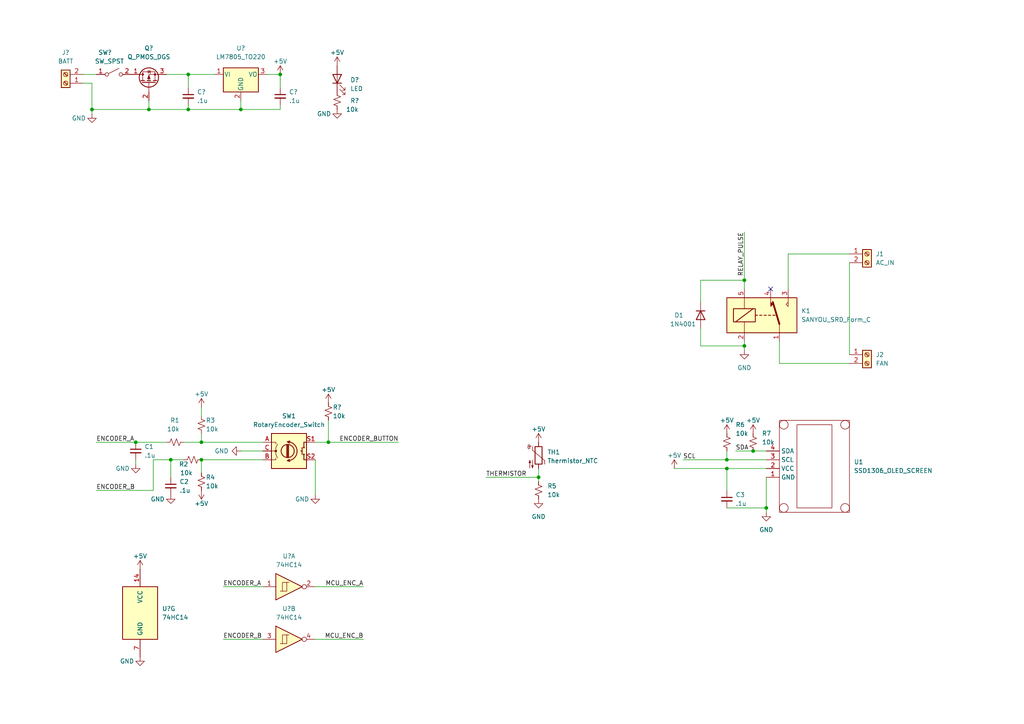
<source format=kicad_sch>
(kicad_sch (version 20211123) (generator eeschema)
  (paper "A4")
  (lib_symbols
    (symbol "74xx:74HC14" (pin_names (offset 1.016))
      (property "Reference" "U" (at 0 1.27 0))
      (property "Value" "74HC14" (at 0 -1.27 0))
      (symbol "74HC14_1_0"
        (polyline (pts (xy -3.81 3.81) (xy -3.81 -3.81) (xy 3.81 0) (xy -3.81 3.81)) (stroke (width 0.254)) (fill (type background)))
        (pin input line (at -7.62 0 0) (length 3.81) (name "~") (number "1"))
        (pin output inverted (at 7.62 0 180) (length 3.81) (name "~") (number "2"))
      )
      (symbol "74HC14_1_1"
        (polyline (pts (xy -1.905 -1.27) (xy -1.905 1.27) (xy -0.635 1.27)))
        (polyline (pts (xy -2.54 -1.27) (xy -0.635 -1.27) (xy -0.635 1.27) (xy 0 1.27)))
      )
      (symbol "74HC14_2_0"
        (polyline (pts (xy -3.81 3.81) (xy -3.81 -3.81) (xy 3.81 0) (xy -3.81 3.81)) (stroke (width 0.254)) (fill (type background)))
        (pin input line (at -7.62 0 0) (length 3.81) (name "~") (number "3"))
        (pin output inverted (at 7.62 0 180) (length 3.81) (name "~") (number "4"))
      )
      (symbol "74HC14_2_1"
        (polyline (pts (xy -1.905 -1.27) (xy -1.905 1.27) (xy -0.635 1.27)))
        (polyline (pts (xy -2.54 -1.27) (xy -0.635 -1.27) (xy -0.635 1.27) (xy 0 1.27)))
      )
      (symbol "74HC14_3_0"
        (polyline (pts (xy -3.81 3.81) (xy -3.81 -3.81) (xy 3.81 0) (xy -3.81 3.81)) (stroke (width 0.254)) (fill (type background)))
        (pin input line (at -7.62 0 0) (length 3.81) (name "~") (number "5"))
        (pin output inverted (at 7.62 0 180) (length 3.81) (name "~") (number "6"))
      )
      (symbol "74HC14_3_1"
        (polyline (pts (xy -1.905 -1.27) (xy -1.905 1.27) (xy -0.635 1.27)))
        (polyline (pts (xy -2.54 -1.27) (xy -0.635 -1.27) (xy -0.635 1.27) (xy 0 1.27)))
      )
      (symbol "74HC14_4_0"
        (polyline (pts (xy -3.81 3.81) (xy -3.81 -3.81) (xy 3.81 0) (xy -3.81 3.81)) (stroke (width 0.254)) (fill (type background)))
        (pin output inverted (at 7.62 0 180) (length 3.81) (name "~") (number "8"))
        (pin input line (at -7.62 0 0) (length 3.81) (name "~") (number "9"))
      )
      (symbol "74HC14_4_1"
        (polyline (pts (xy -1.905 -1.27) (xy -1.905 1.27) (xy -0.635 1.27)))
        (polyline (pts (xy -2.54 -1.27) (xy -0.635 -1.27) (xy -0.635 1.27) (xy 0 1.27)))
      )
      (symbol "74HC14_5_0"
        (polyline (pts (xy -3.81 3.81) (xy -3.81 -3.81) (xy 3.81 0) (xy -3.81 3.81)) (stroke (width 0.254)) (fill (type background)))
        (pin output inverted (at 7.62 0 180) (length 3.81) (name "~") (number "10"))
        (pin input line (at -7.62 0 0) (length 3.81) (name "~") (number "11"))
      )
      (symbol "74HC14_5_1"
        (polyline (pts (xy -1.905 -1.27) (xy -1.905 1.27) (xy -0.635 1.27)))
        (polyline (pts (xy -2.54 -1.27) (xy -0.635 -1.27) (xy -0.635 1.27) (xy 0 1.27)))
      )
      (symbol "74HC14_6_0"
        (polyline (pts (xy -3.81 3.81) (xy -3.81 -3.81) (xy 3.81 0) (xy -3.81 3.81)) (stroke (width 0.254)) (fill (type background)))
        (pin output inverted (at 7.62 0 180) (length 3.81) (name "~") (number "12"))
        (pin input line (at -7.62 0 0) (length 3.81) (name "~") (number "13"))
      )
      (symbol "74HC14_6_1"
        (polyline (pts (xy -1.905 -1.27) (xy -1.905 1.27) (xy -0.635 1.27)))
        (polyline (pts (xy -2.54 -1.27) (xy -0.635 -1.27) (xy -0.635 1.27) (xy 0 1.27)))
      )
      (symbol "74HC14_7_0"
        (pin power_in line (at 0 12.7 270) (length 5.08) (name "VCC") (number "14"))
        (pin power_in line (at 0 -12.7 90) (length 5.08) (name "GND") (number "7"))
      )
      (symbol "74HC14_7_1"
        (rectangle (start -5.08 7.62) (end 5.08 -7.62) (stroke (width 0.254)) (fill (type background)))
      )
    )
    (symbol "Connector:Screw_Terminal_01x02" (pin_names (offset 1.016) hide)
      (property "Reference" "J" (at 0 2.54 0))
      (property "Value" "Screw_Terminal_01x02" (at 0 -5.08 0))
      (symbol "Screw_Terminal_01x02_1_1"
        (rectangle (start -1.27 1.27) (end 1.27 -3.81) (stroke (width 0.254)) (fill (type background)))
        (circle (center 0 -2.54) (radius 0.635) (stroke (width 0.1524)))
        (polyline (pts (xy -0.5334 -2.2098) (xy 0.3302 -3.048)) (stroke (width 0.1524)))
        (polyline (pts (xy -0.5334 0.3302) (xy 0.3302 -0.508)) (stroke (width 0.1524)))
        (polyline (pts (xy -0.3556 -2.032) (xy 0.508 -2.8702)) (stroke (width 0.1524)))
        (polyline (pts (xy -0.3556 0.508) (xy 0.508 -0.3302)) (stroke (width 0.1524)))
        (circle (center 0 0) (radius 0.635) (stroke (width 0.1524)))
        (pin passive line (at -5.08 0 0) (length 3.81) (name "Pin_1") (number "1"))
        (pin passive line (at -5.08 -2.54 0) (length 3.81) (name "Pin_2") (number "2"))
      )
    )
    (symbol "Device:C_Small" (pin_numbers hide) (pin_names (offset 0.254) hide)
      (property "Reference" "C" (at 0.254 1.778 0))
      (property "Value" "C_Small" (at 0.254 -2.032 0))
      (symbol "C_Small_0_1"
        (polyline (pts (xy -1.524 -0.508) (xy 1.524 -0.508)) (stroke (width 0.3302)))
        (polyline (pts (xy -1.524 0.508) (xy 1.524 0.508)) (stroke (width 0.3048)))
      )
      (symbol "C_Small_1_1"
        (pin passive line (at 0 2.54 270) (length 2.032) (name "~") (number "1"))
        (pin passive line (at 0 -2.54 90) (length 2.032) (name "~") (number "2"))
      )
    )
    (symbol "Device:LED" (pin_numbers hide) (pin_names (offset 1.016) hide)
      (property "Reference" "D" (at 0 2.54 0))
      (property "Value" "LED" (at 0 -2.54 0))
      (symbol "LED_0_1"
        (polyline (pts (xy -1.27 -1.27) (xy -1.27 1.27)) (stroke (width 0.254)))
        (polyline (pts (xy -1.27 0) (xy 1.27 0)))
        (polyline (pts (xy 1.27 -1.27) (xy 1.27 1.27) (xy -1.27 0) (xy 1.27 -1.27)) (stroke (width 0.254)))
        (polyline (pts (xy -3.048 -0.762) (xy -4.572 -2.286) (xy -3.81 -2.286) (xy -4.572 -2.286) (xy -4.572 -1.524)))
        (polyline (pts (xy -1.778 -0.762) (xy -3.302 -2.286) (xy -2.54 -2.286) (xy -3.302 -2.286) (xy -3.302 -1.524)))
      )
      (symbol "LED_1_1"
        (pin passive line (at -3.81 0 0) (length 2.54) (name "K") (number "1"))
        (pin passive line (at 3.81 0 180) (length 2.54) (name "A") (number "2"))
      )
    )
    (symbol "Device:Q_PMOS_DGS" (pin_names (offset 0) hide)
      (property "Reference" "Q" (at 5.08 1.27 0))
      (property "Value" "Q_PMOS_DGS" (at 5.08 -1.27 0))
      (symbol "Q_PMOS_DGS_0_1"
        (polyline (pts (xy 0.254 0) (xy -2.54 0)))
        (polyline (pts (xy 0.254 1.905) (xy 0.254 -1.905)) (stroke (width 0.254)))
        (polyline (pts (xy 0.762 -1.27) (xy 0.762 -2.286)) (stroke (width 0.254)))
        (polyline (pts (xy 0.762 0.508) (xy 0.762 -0.508)) (stroke (width 0.254)))
        (polyline (pts (xy 0.762 2.286) (xy 0.762 1.27)) (stroke (width 0.254)))
        (polyline (pts (xy 2.54 2.54) (xy 2.54 1.778)))
        (polyline (pts (xy 2.54 -2.54) (xy 2.54 0) (xy 0.762 0)))
        (polyline (pts (xy 0.762 1.778) (xy 3.302 1.778) (xy 3.302 -1.778) (xy 0.762 -1.778)))
        (polyline (pts (xy 2.286 0) (xy 1.27 0.381) (xy 1.27 -0.381) (xy 2.286 0)) (fill (type outline)))
        (polyline (pts (xy 2.794 -0.508) (xy 2.921 -0.381) (xy 3.683 -0.381) (xy 3.81 -0.254)))
        (polyline (pts (xy 3.302 -0.381) (xy 2.921 0.254) (xy 3.683 0.254) (xy 3.302 -0.381)))
        (circle (center 1.651 0) (radius 2.794) (stroke (width 0.254)))
        (circle (center 2.54 -1.778) (radius 0.254) (fill (type outline)))
        (circle (center 2.54 1.778) (radius 0.254) (fill (type outline)))
      )
      (symbol "Q_PMOS_DGS_1_1"
        (pin passive line (at 2.54 5.08 270) (length 2.54) (name "D") (number "1"))
        (pin input line (at -5.08 0 0) (length 2.54) (name "G") (number "2"))
        (pin passive line (at 2.54 -5.08 90) (length 2.54) (name "S") (number "3"))
      )
    )
    (symbol "Device:R_Small_US" (pin_numbers hide) (pin_names (offset 0.254) hide)
      (property "Reference" "R" (at 0.762 0.508 0))
      (property "Value" "R_Small_US" (at 0.762 -1.016 0))
      (symbol "R_Small_US_1_1"
        (polyline (pts (xy 0 0) (xy 1.016 -0.381) (xy 0 -0.762) (xy -1.016 -1.143) (xy 0 -1.524)))
        (polyline (pts (xy 0 1.524) (xy 1.016 1.143) (xy 0 0.762) (xy -1.016 0.381) (xy 0 0)))
        (pin passive line (at 0 2.54 270) (length 1.016) (name "~") (number "1"))
        (pin passive line (at 0 -2.54 90) (length 1.016) (name "~") (number "2"))
      )
    )
    (symbol "Device:RotaryEncoder_Switch" (pin_names (offset 0.254) hide)
      (property "Reference" "SW" (at 0 6.604 0))
      (property "Value" "RotaryEncoder_Switch" (at 0 -6.604 0))
      (symbol "RotaryEncoder_Switch_0_1"
        (rectangle (start -5.08 5.08) (end 5.08 -5.08) (stroke (width 0.254)) (fill (type background)))
        (circle (center -3.81 0) (radius 0.254) (fill (type outline)))
        (arc (start -0.381 -2.794) (mid 2.3622 -0.0508) (end -0.381 2.667) (stroke (width 0.254)))
        (circle (center -0.381 0) (radius 1.905) (stroke (width 0.254)))
        (polyline (pts (xy -0.635 -1.778) (xy -0.635 1.778)) (stroke (width 0.254)))
        (polyline (pts (xy -0.381 -1.778) (xy -0.381 1.778)) (stroke (width 0.254)))
        (polyline (pts (xy -0.127 1.778) (xy -0.127 -1.778)) (stroke (width 0.254)))
        (polyline (pts (xy 3.81 0) (xy 3.429 0)) (stroke (width 0.254)))
        (polyline (pts (xy 3.81 1.016) (xy 3.81 -1.016)) (stroke (width 0.254)))
        (polyline (pts (xy -5.08 -2.54) (xy -3.81 -2.54) (xy -3.81 -2.032)))
        (polyline (pts (xy -5.08 2.54) (xy -3.81 2.54) (xy -3.81 2.032)))
        (polyline (pts (xy 0.254 -3.048) (xy -0.508 -2.794) (xy 0.127 -2.413)) (stroke (width 0.254)))
        (polyline (pts (xy 0.254 2.921) (xy -0.508 2.667) (xy 0.127 2.286)) (stroke (width 0.254)))
        (polyline (pts (xy 5.08 -2.54) (xy 4.318 -2.54) (xy 4.318 -1.016)) (stroke (width 0.254)))
        (polyline (pts (xy 5.08 2.54) (xy 4.318 2.54) (xy 4.318 1.016)) (stroke (width 0.254)))
        (polyline (pts (xy -5.08 0) (xy -3.81 0) (xy -3.81 -1.016) (xy -3.302 -2.032)))
        (polyline (pts (xy -4.318 0) (xy -3.81 0) (xy -3.81 1.016) (xy -3.302 2.032)))
        (circle (center 4.318 -1.016) (radius 0.127) (stroke (width 0.254)))
        (circle (center 4.318 1.016) (radius 0.127) (stroke (width 0.254)))
      )
      (symbol "RotaryEncoder_Switch_1_1"
        (pin passive line (at -7.62 2.54 0) (length 2.54) (name "A") (number "A"))
        (pin passive line (at -7.62 -2.54 0) (length 2.54) (name "B") (number "B"))
        (pin passive line (at -7.62 0 0) (length 2.54) (name "C") (number "C"))
        (pin passive line (at 7.62 2.54 180) (length 2.54) (name "S1") (number "S1"))
        (pin passive line (at 7.62 -2.54 180) (length 2.54) (name "S2") (number "S2"))
      )
    )
    (symbol "Device:Thermistor_NTC" (pin_numbers hide) (pin_names (offset 0))
      (property "Reference" "TH" (at -4.445 0 90))
      (property "Value" "Thermistor_NTC" (at 3.175 0 90))
      (symbol "Thermistor_NTC_0_1"
        (arc (start -3.048 2.159) (mid -3.0495 2.3143) (end -3.175 2.413))
        (arc (start -3.048 2.159) (mid -2.9736 1.9794) (end -2.794 1.905))
        (arc (start -3.048 2.794) (mid -2.9736 2.6144) (end -2.794 2.54))
        (arc (start -2.794 1.905) (mid -2.6144 1.9794) (end -2.54 2.159))
        (arc (start -2.794 2.54) (mid -2.4393 2.5587) (end -2.159 2.794))
        (arc (start -2.794 3.048) (mid -2.9736 2.9736) (end -3.048 2.794))
        (arc (start -2.54 2.794) (mid -2.6144 2.9736) (end -2.794 3.048))
        (rectangle (start -1.016 2.54) (end 1.016 -2.54) (stroke (width 0.254)))
        (polyline (pts (xy -2.54 2.159) (xy -2.54 2.794)))
        (polyline (pts (xy -1.778 2.54) (xy -1.778 1.524) (xy 1.778 -1.524) (xy 1.778 -2.54)))
        (polyline (pts (xy -2.54 -3.683) (xy -2.54 -1.397) (xy -2.794 -2.159) (xy -2.286 -2.159) (xy -2.54 -1.397) (xy -2.54 -1.651)) (fill (type outline)))
        (polyline (pts (xy -1.778 -1.397) (xy -1.778 -3.683) (xy -2.032 -2.921) (xy -1.524 -2.921) (xy -1.778 -3.683) (xy -1.778 -3.429)) (fill (type outline)))
      )
      (symbol "Thermistor_NTC_1_1"
        (pin passive line (at 0 3.81 270) (length 1.27) (name "~") (number "1"))
        (pin passive line (at 0 -3.81 90) (length 1.27) (name "~") (number "2"))
      )
    )
    (symbol "Diode:1N4001" (pin_numbers hide) (pin_names (offset 1.016) hide)
      (property "Reference" "D" (at 0 2.54 0))
      (property "Value" "1N4001" (at 0 -2.54 0))
      (symbol "1N4001_0_1"
        (polyline (pts (xy -1.27 1.27) (xy -1.27 -1.27)) (stroke (width 0.254)))
        (polyline (pts (xy 1.27 0) (xy -1.27 0)))
        (polyline (pts (xy 1.27 1.27) (xy 1.27 -1.27) (xy -1.27 0) (xy 1.27 1.27)) (stroke (width 0.254)))
      )
      (symbol "1N4001_1_1"
        (pin passive line (at -3.81 0 0) (length 2.54) (name "K") (number "1"))
        (pin passive line (at 3.81 0 180) (length 2.54) (name "A") (number "2"))
      )
    )
    (symbol "Regulator_Linear:LM7805_TO220" (pin_names (offset 0.254))
      (property "Reference" "U" (at -3.81 3.175 0))
      (property "Value" "LM7805_TO220" (at 0 3.175 0))
      (symbol "LM7805_TO220_0_1"
        (rectangle (start -5.08 1.905) (end 5.08 -5.08) (stroke (width 0.254)) (fill (type background)))
      )
      (symbol "LM7805_TO220_1_1"
        (pin power_in line (at -7.62 0 0) (length 2.54) (name "VI") (number "1"))
        (pin power_in line (at 0 -7.62 90) (length 2.54) (name "GND") (number "2"))
        (pin power_out line (at 7.62 0 180) (length 2.54) (name "VO") (number "3"))
      )
    )
    (symbol "Relay:SANYOU_SRD_Form_C"
      (property "Reference" "K" (at 11.43 3.81 0))
      (property "Value" "SANYOU_SRD_Form_C" (at 11.43 1.27 0))
      (symbol "SANYOU_SRD_Form_C_0_0"
        (polyline (pts (xy 7.62 5.08) (xy 7.62 2.54) (xy 6.985 3.175) (xy 7.62 3.81)))
      )
      (symbol "SANYOU_SRD_Form_C_0_1"
        (rectangle (start -10.16 5.08) (end 10.16 -5.08) (stroke (width 0.254)) (fill (type background)))
        (rectangle (start -8.255 1.905) (end -1.905 -1.905) (stroke (width 0.254)))
        (polyline (pts (xy -7.62 -1.905) (xy -2.54 1.905)) (stroke (width 0.254)))
        (polyline (pts (xy -5.08 -5.08) (xy -5.08 -1.905)))
        (polyline (pts (xy -5.08 5.08) (xy -5.08 1.905)))
        (polyline (pts (xy -1.905 0) (xy -1.27 0)) (stroke (width 0.254)))
        (polyline (pts (xy -0.635 0) (xy 0 0)) (stroke (width 0.254)))
        (polyline (pts (xy 0.635 0) (xy 1.27 0)) (stroke (width 0.254)))
        (polyline (pts (xy 1.905 0) (xy 2.54 0)) (stroke (width 0.254)))
        (polyline (pts (xy 3.175 0) (xy 3.81 0)) (stroke (width 0.254)))
        (polyline (pts (xy 5.08 -2.54) (xy 3.175 3.81)) (stroke (width 0.508)))
        (polyline (pts (xy 5.08 -2.54) (xy 5.08 -5.08)))
      )
      (symbol "SANYOU_SRD_Form_C_1_1"
        (polyline (pts (xy 2.54 3.81) (xy 3.175 3.175) (xy 2.54 2.54) (xy 2.54 5.08)) (fill (type outline)))
        (pin passive line (at 5.08 -7.62 90) (length 2.54) (name "~") (number "1"))
        (pin passive line (at -5.08 -7.62 90) (length 2.54) (name "~") (number "2"))
        (pin passive line (at 7.62 7.62 270) (length 2.54) (name "~") (number "3"))
        (pin passive line (at 2.54 7.62 270) (length 2.54) (name "~") (number "4"))
        (pin passive line (at -5.08 7.62 270) (length 2.54) (name "~") (number "5"))
      )
    )
    (symbol "Switch:SW_SPST" (pin_names (offset 0) hide)
      (property "Reference" "SW" (at 0 3.175 0))
      (property "Value" "SW_SPST" (at 0 -2.54 0))
      (symbol "SW_SPST_0_0"
        (circle (center -2.032 0) (radius 0.508))
        (polyline (pts (xy -1.524 0.254) (xy 1.524 1.778)))
        (circle (center 2.032 0) (radius 0.508))
      )
      (symbol "SW_SPST_1_1"
        (pin passive line (at -5.08 0 0) (length 2.54) (name "A") (number "1"))
        (pin passive line (at 5.08 0 180) (length 2.54) (name "B") (number "2"))
      )
    )
    (symbol "modules:SSD1306_OLED_SCREEN"
      (property "Reference" "U" (at 12.7 -21.59 0))
      (property "Value" "SSD1306_OLED_SCREEN" (at 13.97 -24.13 0))
      (symbol "SSD1306_OLED_SCREEN_0_1"
        (rectangle (start 0 0) (end 26.67 -20.32))
        (circle (center 1.27 -19.05) (radius 1.27))
        (rectangle (start 1.27 -5.08) (end 25.4 -15.24))
        (circle (center 1.27 -1.27) (radius 1.27))
        (circle (center 25.4 -19.05) (radius 1.27))
        (circle (center 25.4 -1.27) (radius 1.27))
      )
      (symbol "SSD1306_OLED_SCREEN_1_1"
        (pin passive line (at 10.16 3.81 270) (length 3.81) (name "GND") (number "1"))
        (pin passive line (at 12.7 3.81 270) (length 3.81) (name "VCC") (number "2"))
        (pin passive line (at 15.24 3.81 270) (length 3.81) (name "SCL") (number "3"))
        (pin passive line (at 17.78 3.81 270) (length 3.81) (name "SDA") (number "4"))
      )
    )
    (symbol "power:+5V" (power) (pin_names (offset 0))
      (property "Value" "+5V" (at 0 3.556 0))
      (symbol "+5V_0_1"
        (polyline (pts (xy -0.762 1.27) (xy 0 2.54)))
        (polyline (pts (xy 0 0) (xy 0 2.54)))
        (polyline (pts (xy 0 2.54) (xy 0.762 1.27)))
      )
      (symbol "+5V_1_1"
        (pin power_in line (at 0 0 90) (length 0) hide (name "+5V") (number "1"))
      )
    )
    (symbol "power:GND" (power) (pin_names (offset 0))
      (property "Value" "GND" (at 0 -3.81 0))
      (symbol "GND_0_1"
        (polyline (pts (xy 0 0) (xy 0 -1.27) (xy 1.27 -1.27) (xy 0 -2.54) (xy -1.27 -1.27) (xy 0 -1.27)))
      )
      (symbol "GND_1_1"
        (pin power_in line (at 0 0 270) (length 0) hide (name "GND") (number "1"))
      )
    )
  )
  (junction (at 54.61 21.59))
  (junction (at 54.61 31.75))
  (junction (at 222.25 147.32))
  (junction (at 81.28 21.59))
  (junction (at 210.82 135.89))
  (junction (at 95.25 128.27))
  (junction (at 69.85 31.75))
  (junction (at 49.53 133.35))
  (junction (at 215.9 81.28))
  (junction (at 39.37 128.27))
  (junction (at 210.82 133.35))
  (junction (at 26.67 31.75))
  (junction (at 218.44 130.81))
  (junction (at 58.42 128.27))
  (junction (at 156.21 138.43))
  (junction (at 215.9 100.33))
  (junction (at 58.42 133.35))
  (junction (at 43.18 31.75))
  (no_connect (at 223.52 83.82))
  (wire (pts (xy 213.36 130.81) (xy 218.44 130.81)))
  (wire (pts (xy 26.67 24.13) (xy 26.67 31.75)))
  (wire (pts (xy 44.45 133.35) (xy 44.45 142.24)))
  (wire (pts (xy 76.2 133.35) (xy 58.42 133.35)))
  (wire (pts (xy 24.13 21.59) (xy 27.94 21.59)))
  (wire (pts (xy 195.58 135.89) (xy 210.82 135.89)))
  (wire (pts (xy 49.53 133.35) (xy 53.34 133.35)))
  (wire (pts (xy 218.44 130.81) (xy 222.25 130.81)))
  (wire (pts (xy 228.6 73.66) (xy 228.6 83.82)))
  (wire (pts (xy 210.82 142.24) (xy 210.82 135.89)))
  (wire (pts (xy 91.44 170.18) (xy 105.41 170.18)))
  (wire (pts (xy 215.9 99.06) (xy 215.9 100.33)))
  (wire (pts (xy 54.61 30.48) (xy 54.61 31.75)))
  (wire (pts (xy 95.25 128.27) (xy 115.57 128.27)))
  (wire (pts (xy 91.44 133.35) (xy 91.44 143.51)))
  (wire (pts (xy 215.9 81.28) (xy 215.9 83.82)))
  (wire (pts (xy 58.42 133.35) (xy 58.42 137.16)))
  (wire (pts (xy 215.9 67.31) (xy 215.9 81.28)))
  (wire (pts (xy 27.94 128.27) (xy 39.37 128.27)))
  (wire (pts (xy 203.2 87.63) (xy 203.2 81.28)))
  (wire (pts (xy 210.82 147.32) (xy 222.25 147.32)))
  (wire (pts (xy 203.2 95.25) (xy 203.2 100.33)))
  (wire (pts (xy 58.42 128.27) (xy 76.2 128.27)))
  (wire (pts (xy 222.25 148.59) (xy 222.25 147.32)))
  (wire (pts (xy 81.28 31.75) (xy 69.85 31.75)))
  (wire (pts (xy 210.82 133.35) (xy 222.25 133.35)))
  (wire (pts (xy 69.85 29.21) (xy 69.85 31.75)))
  (wire (pts (xy 58.42 118.11) (xy 58.42 120.65)))
  (wire (pts (xy 203.2 100.33) (xy 215.9 100.33)))
  (wire (pts (xy 198.12 133.35) (xy 210.82 133.35)))
  (wire (pts (xy 54.61 21.59) (xy 54.61 25.4)))
  (wire (pts (xy 39.37 128.27) (xy 48.26 128.27)))
  (wire (pts (xy 215.9 100.33) (xy 215.9 101.6)))
  (wire (pts (xy 246.38 73.66) (xy 228.6 73.66)))
  (wire (pts (xy 64.77 185.42) (xy 76.2 185.42)))
  (wire (pts (xy 77.47 21.59) (xy 81.28 21.59)))
  (wire (pts (xy 140.97 138.43) (xy 156.21 138.43)))
  (wire (pts (xy 95.25 128.27) (xy 91.44 128.27)))
  (wire (pts (xy 53.34 128.27) (xy 58.42 128.27)))
  (wire (pts (xy 43.18 31.75) (xy 26.67 31.75)))
  (wire (pts (xy 54.61 21.59) (xy 62.23 21.59)))
  (wire (pts (xy 81.28 21.59) (xy 81.28 25.4)))
  (wire (pts (xy 43.18 31.75) (xy 54.61 31.75)))
  (wire (pts (xy 48.26 21.59) (xy 54.61 21.59)))
  (wire (pts (xy 69.85 130.81) (xy 76.2 130.81)))
  (wire (pts (xy 39.37 133.35) (xy 39.37 134.62)))
  (wire (pts (xy 156.21 138.43) (xy 156.21 139.7)))
  (wire (pts (xy 81.28 30.48) (xy 81.28 31.75)))
  (wire (pts (xy 58.42 125.73) (xy 58.42 128.27)))
  (wire (pts (xy 27.94 142.24) (xy 44.45 142.24)))
  (wire (pts (xy 203.2 81.28) (xy 215.9 81.28)))
  (wire (pts (xy 43.18 29.21) (xy 43.18 31.75)))
  (wire (pts (xy 246.38 76.2) (xy 246.38 102.87)))
  (wire (pts (xy 49.53 138.43) (xy 49.53 133.35)))
  (wire (pts (xy 26.67 31.75) (xy 26.67 33.02)))
  (wire (pts (xy 64.77 170.18) (xy 76.2 170.18)))
  (wire (pts (xy 49.53 133.35) (xy 44.45 133.35)))
  (wire (pts (xy 69.85 31.75) (xy 54.61 31.75)))
  (wire (pts (xy 210.82 135.89) (xy 222.25 135.89)))
  (wire (pts (xy 91.44 185.42) (xy 105.41 185.42)))
  (wire (pts (xy 226.06 99.06) (xy 226.06 105.41)))
  (wire (pts (xy 226.06 105.41) (xy 246.38 105.41)))
  (wire (pts (xy 24.13 24.13) (xy 26.67 24.13)))
  (wire (pts (xy 222.25 147.32) (xy 222.25 138.43)))
  (wire (pts (xy 95.25 121.92) (xy 95.25 128.27)))
  (wire (pts (xy 156.21 135.89) (xy 156.21 138.43)))
  (wire (pts (xy 210.82 130.81) (xy 210.82 133.35)))
  (label "ENCODER_A" (at 27.94 128.27 0))
  (label "ENCODER_B" (at 27.94 142.24 0))
  (label "ENCODER_BUTTON" (at 115.57 128.27 180))
  (label "MCU_ENC_B" (at 105.41 185.42 180))
  (label "SCL" (at 198.12 133.35 0))
  (label "MCU_ENC_A" (at 105.41 170.18 180))
  (label "SDA" (at 213.36 130.81 0))
  (label "ENCODER_A" (at 64.77 170.18 0))
  (label "ENCODER_B" (at 64.77 185.42 0))
  (label "RELAY_PULSE" (at 215.9 67.31 270))
  (label "THERMISTOR" (at 140.97 138.43 0))
  (symbol (lib_id "power:GND") (at 97.79 31.75 0) (unit 1)
    (property "Reference" "#PWR?" (effects hide))
    (property "Value" "GND" (at 93.98 33.02 0))
  )
  (symbol (lib_id "Diode:1N4001") (at 203.2 91.44 270) (unit 1)
    (property "Reference" "D1" (at 195.58 91.44 90) (effects (justify left)))
    (property "Value" "1N4001" (at 194.31 93.98 90) (effects (justify left)))
    (property "Footprint" "Diode_THT:D_DO-41_SOD81_P10.16mm_Horizontal" (effects hide))
    (property "Datasheet" "http://www.vishay.com/docs/88503/1n4001.pdf" (effects hide))
  )
  (symbol (lib_id "Device:C_Small") (at 54.61 27.94 0) (unit 1)
    (property "Reference" "C?" (at 57.15 26.6762 0) (effects (justify left)))
    (property "Value" ".1u" (at 57.15 29.2162 0) (effects (justify left)))
  )
  (symbol (lib_id "power:+5V") (at 218.44 125.73 0) (unit 1)
    (property "Reference" "#PWR011" (effects hide))
    (property "Value" "+5V" (at 218.44 121.92 0))
  )
  (symbol (lib_id "Device:R_Small_US") (at 58.42 139.7 0) (unit 1)
    (property "Reference" "R4" (at 59.69 138.43 0) (effects (justify left)))
    (property "Value" "10k" (at 59.69 140.97 0) (effects (justify left)))
  )
  (symbol (lib_id "Device:LED") (at 97.79 22.86 90) (unit 1)
    (property "Reference" "D?" (at 101.6 23.1774 90) (effects (justify right)))
    (property "Value" "LED" (at 101.6 25.7174 90) (effects (justify right)))
  )
  (symbol (lib_id "power:GND") (at 69.85 130.81 270) (unit 1)
    (property "Reference" "#PWR05" (effects hide))
    (property "Value" "GND" (at 62.23 130.81 90) (effects (justify left)))
  )
  (symbol (lib_id "Device:C_Small") (at 210.82 144.78 0) (unit 1)
    (property "Reference" "C3" (at 213.36 143.5162 0) (effects (justify left)))
    (property "Value" ".1u" (at 213.36 146.0562 0) (effects (justify left)))
  )
  (symbol (lib_id "Regulator_Linear:LM7805_TO220") (at 69.85 21.59 0) (unit 1)
    (property "Reference" "U?" (at 69.85 13.97 0))
    (property "Value" "LM7805_TO220" (at 69.85 16.51 0))
    (property "Footprint" "Package_TO_SOT_THT:TO-220-3_Vertical" (effects hide))
    (property "Datasheet" "https://www.onsemi.cn/PowerSolutions/document/MC7800-D.PDF" (effects hide))
  )
  (symbol (lib_id "power:+5V") (at 210.82 125.73 0) (unit 1)
    (property "Reference" "#PWR09" (effects hide))
    (property "Value" "+5V" (at 210.82 121.92 0))
  )
  (symbol (lib_id "Device:R_Small_US") (at 156.21 142.24 0) (unit 1)
    (property "Reference" "R5" (at 158.75 140.97 0) (effects (justify left)))
    (property "Value" "10k" (at 158.75 143.51 0) (effects (justify left)))
  )
  (symbol (lib_id "74xx:74HC14") (at 83.82 170.18 0) (unit 1)
    (property "Reference" "U?" (at 83.82 161.29 0))
    (property "Value" "74HC14" (at 83.82 163.83 0))
    (property "Datasheet" "http://www.ti.com/lit/gpn/sn74HC14" (effects hide))
  )
  (symbol (lib_id "Switch:SW_SPST") (at 33.02 21.59 0) (unit 1)
    (property "Reference" "SW?" (at 30.48 15.24 0))
    (property "Value" "SW_SPST" (at 31.75 17.78 0))
  )
  (symbol (lib_id "power:GND") (at 40.64 190.5 0) (unit 1)
    (property "Reference" "#PWR?" (effects hide))
    (property "Value" "GND" (at 36.83 191.77 0))
  )
  (symbol (lib_id "power:GND") (at 26.67 33.02 0) (unit 1)
    (property "Reference" "#PWR?" (effects hide))
    (property "Value" "GND" (at 22.86 34.29 0))
  )
  (symbol (lib_id "power:GND") (at 39.37 134.62 0) (unit 1)
    (property "Reference" "#PWR01" (effects hide))
    (property "Value" "GND" (at 35.56 135.89 0))
  )
  (symbol (lib_id "power:+5V") (at 58.42 118.11 0) (unit 1)
    (property "Reference" "#PWR03" (effects hide))
    (property "Value" "+5V" (at 58.42 114.3 0))
  )
  (symbol (lib_id "modules:SSD1306_OLED_SCREEN") (at 226.06 148.59 90) (unit 1)
    (property "Reference" "U1" (at 247.65 133.9849 90) (effects (justify right)))
    (property "Value" "SSD1306_OLED_SCREEN" (at 247.65 136.5249 90) (effects (justify right)))
  )
  (symbol (lib_id "power:GND") (at 222.25 148.59 0) (unit 1)
    (property "Reference" "#PWR012" (effects hide))
    (property "Value" "GND" (at 222.25 153.67 0))
  )
  (symbol (lib_id "Connector:Screw_Terminal_01x02") (at 19.05 24.13 180) (unit 1)
    (property "Reference" "J?" (at 19.05 15.24 0))
    (property "Value" "BATT" (at 19.05 17.78 0))
  )
  (symbol (lib_id "Connector:Screw_Terminal_01x02") (at 251.46 102.87 0) (unit 1)
    (property "Reference" "J2" (at 254 102.8699 0) (effects (justify left)))
    (property "Value" "FAN" (at 254 105.4099 0) (effects (justify left)))
  )
  (symbol (lib_id "power:+5V") (at 97.79 19.05 0) (unit 1)
    (property "Reference" "#PWR?" (effects hide))
    (property "Value" "+5V" (at 97.79 15.24 0))
  )
  (symbol (lib_id "Device:C_Small") (at 49.53 140.97 0) (unit 1)
    (property "Reference" "C2" (at 52.07 139.7062 0) (effects (justify left)))
    (property "Value" ".1u" (at 52.07 142.2462 0) (effects (justify left)))
  )
  (symbol (lib_id "power:+5V") (at 58.42 142.24 180) (unit 1)
    (property "Reference" "#PWR04" (effects hide))
    (property "Value" "+5V" (at 58.42 146.05 0))
  )
  (symbol (lib_id "Device:C_Small") (at 81.28 27.94 0) (unit 1)
    (property "Reference" "C?" (at 83.82 26.6762 0) (effects (justify left)))
    (property "Value" ".1u" (at 83.82 29.2162 0) (effects (justify left)))
  )
  (symbol (lib_id "power:GND") (at 49.53 143.51 0) (unit 1)
    (property "Reference" "#PWR02" (effects hide))
    (property "Value" "GND" (at 45.72 144.78 0))
  )
  (symbol (lib_id "Device:R_Small_US") (at 210.82 128.27 0) (unit 1)
    (property "Reference" "R6" (at 213.36 123.19 0) (effects (justify left)))
    (property "Value" "10k" (at 213.36 125.73 0) (effects (justify left)))
  )
  (symbol (lib_id "Device:R_Small_US") (at 95.25 119.38 0) (unit 1)
    (property "Reference" "R?" (at 96.52 118.11 0) (effects (justify left)))
    (property "Value" "10k" (at 96.52 120.65 0) (effects (justify left)))
  )
  (symbol (lib_id "74xx:74HC14") (at 83.82 185.42 0) (unit 2)
    (property "Reference" "U?" (at 83.82 176.53 0))
    (property "Value" "74HC14" (at 83.82 179.07 0))
    (property "Datasheet" "http://www.ti.com/lit/gpn/sn74HC14" (effects hide))
  )
  (symbol (lib_id "power:+5V") (at 95.25 116.84 0) (unit 1)
    (property "Reference" "#PWR?" (effects hide))
    (property "Value" "+5V" (at 95.25 113.03 0))
  )
  (symbol (lib_id "Device:R_Small_US") (at 97.79 29.21 0) (unit 1)
    (property "Reference" "R?" (at 101.6 29.21 0) (effects (justify left)))
    (property "Value" "10k" (at 100.33 31.75 0) (effects (justify left)))
  )
  (symbol (lib_id "Device:Thermistor_NTC") (at 156.21 132.08 0) (unit 1)
    (property "Reference" "TH1" (at 158.75 131.1274 0) (effects (justify left)))
    (property "Value" "Thermistor_NTC" (at 158.75 133.6674 0) (effects (justify left)))
  )
  (symbol (lib_id "74xx:74HC14") (at 40.64 177.8 0) (unit 7)
    (property "Reference" "U?" (at 46.99 176.5299 0) (effects (justify left)))
    (property "Value" "74HC14" (at 46.99 179.0699 0) (effects (justify left)))
    (property "Datasheet" "http://www.ti.com/lit/gpn/sn74HC14" (effects hide))
  )
  (symbol (lib_id "power:+5V") (at 156.21 128.27 0) (unit 1)
    (property "Reference" "#PWR06" (effects hide))
    (property "Value" "+5V" (at 156.21 124.46 0))
  )
  (symbol (lib_id "Device:R_Small_US") (at 55.88 133.35 90) (unit 1)
    (property "Reference" "R2" (at 54.61 134.62 90) (effects (justify left)))
    (property "Value" "10k" (at 55.88 137.16 90) (effects (justify left)))
  )
  (symbol (lib_id "Device:RotaryEncoder_Switch") (at 83.82 130.81 0) (unit 1)
    (property "Reference" "SW1" (at 83.82 120.65 0))
    (property "Value" "RotaryEncoder_Switch" (at 83.82 123.19 0))
  )
  (symbol (lib_id "power:+5V") (at 195.58 135.89 0) (unit 1)
    (property "Reference" "#PWR08" (effects hide))
    (property "Value" "+5V" (at 195.58 132.08 0))
  )
  (symbol (lib_id "Device:R_Small_US") (at 58.42 123.19 0) (unit 1)
    (property "Reference" "R3" (at 59.69 121.92 0) (effects (justify left)))
    (property "Value" "10k" (at 59.69 124.46 0) (effects (justify left)))
  )
  (symbol (lib_id "power:GND") (at 91.44 143.51 0) (unit 1)
    (property "Reference" "#PWR?" (effects hide))
    (property "Value" "GND" (at 87.63 144.78 0))
  )
  (symbol (lib_id "power:+5V") (at 40.64 165.1 0) (unit 1)
    (property "Reference" "#PWR?" (effects hide))
    (property "Value" "+5V" (at 40.64 161.29 0))
  )
  (symbol (lib_id "Connector:Screw_Terminal_01x02") (at 251.46 73.66 0) (unit 1)
    (property "Reference" "J1" (at 254 73.6599 0) (effects (justify left)))
    (property "Value" "AC_IN" (at 254 76.1999 0) (effects (justify left)))
  )
  (symbol (lib_id "Device:Q_PMOS_DGS") (at 43.18 24.13 90) (unit 1)
    (property "Reference" "Q?" (at 43.18 13.97 90))
    (property "Value" "Q_PMOS_DGS" (at 43.18 16.51 90))
  )
  (symbol (lib_id "Relay:SANYOU_SRD_Form_C") (at 220.98 91.44 0) (unit 1)
    (property "Reference" "K1" (at 232.41 90.1699 0) (effects (justify left)))
    (property "Value" "SANYOU_SRD_Form_C" (at 232.41 92.7099 0) (effects (justify left)))
    (property "Footprint" "Relay_THT:Relay_SPDT_SANYOU_SRD_Series_Form_C" (effects hide))
    (property "Datasheet" "http://www.sanyourelay.ca/public/products/pdf/SRD.pdf" (effects hide))
  )
  (symbol (lib_id "power:GND") (at 156.21 144.78 0) (unit 1)
    (property "Reference" "#PWR07" (effects hide))
    (property "Value" "GND" (at 156.21 149.86 0))
  )
  (symbol (lib_id "Device:R_Small_US") (at 50.8 128.27 90) (unit 1)
    (property "Reference" "R1" (at 52.07 121.92 90) (effects (justify left)))
    (property "Value" "10k" (at 52.07 124.46 90) (effects (justify left)))
  )
  (symbol (lib_id "Device:R_Small_US") (at 218.44 128.27 0) (unit 1)
    (property "Reference" "R7" (at 220.98 125.73 0) (effects (justify left)))
    (property "Value" "10k" (at 220.98 128.27 0) (effects (justify left)))
  )
  (symbol (lib_id "power:+5V") (at 81.28 21.59 0) (unit 1)
    (property "Reference" "#PWR?" (effects hide))
    (property "Value" "+5V" (at 81.28 17.78 0))
  )
  (symbol (lib_id "power:GND") (at 215.9 101.6 0) (unit 1)
    (property "Reference" "#PWR010" (effects hide))
    (property "Value" "GND" (at 215.9 106.68 0))
  )
  (symbol (lib_id "Device:C_Small") (at 39.37 130.81 0) (unit 1)
    (property "Reference" "C1" (at 41.91 129.5462 0) (effects (justify left)))
    (property "Value" ".1u" (at 41.91 132.0862 0) (effects (justify left)))
  )
)
</source>
